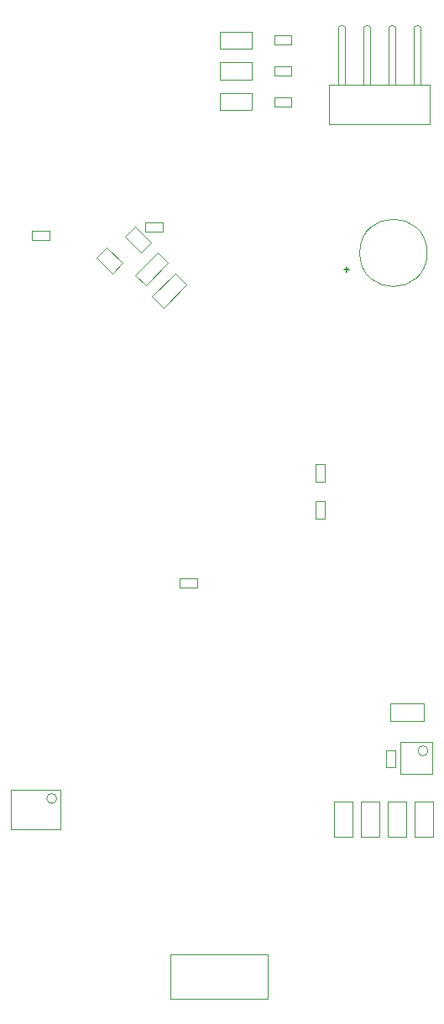
<source format=gbr>
%TF.GenerationSoftware,Altium Limited,Altium Designer,20.2.8 (258)*%
G04 Layer_Color=16711935*
%FSLAX26Y26*%
%MOIN*%
%TF.SameCoordinates,C5A62E15-709C-4439-AAC4-A247E21399B6*%
%TF.FilePolarity,Positive*%
%TF.FileFunction,Other,Mechanical_13*%
%TF.Part,Single*%
G01*
G75*
%TA.AperFunction,NonConductor*%
%ADD59C,0.007874*%
%ADD95C,0.003937*%
D59*
X2548150Y4010039D02*
X2567835D01*
X2557992Y4000197D02*
Y4019882D01*
D95*
X2878858Y4075000D02*
G03*
X2878858Y4075000I-133858J0D01*
G01*
X1407677Y1908307D02*
G03*
X1407677Y1908307I-19685J0D01*
G01*
X2882244Y2097559D02*
G03*
X2882244Y2097559I-19685J0D01*
G01*
X1680018Y4138478D02*
X1720385Y4178844D01*
X1741264Y4077232D02*
X1781630Y4117599D01*
X1680018Y4138478D02*
X1741264Y4077232D01*
X1720385Y4178844D02*
X1781630Y4117599D01*
X1787124Y3903073D02*
X1877601Y3993550D01*
X1833059Y3857139D02*
X1923535Y3947615D01*
X1877601Y3993550D02*
X1923535Y3947615D01*
X1787124Y3903073D02*
X1833059Y3857139D01*
X1719579Y3987076D02*
X1761337Y3945318D01*
X1850421Y4034402D01*
X1719579Y3987076D02*
X1808663Y4076160D01*
X1850421Y4034402D01*
X1566895Y4055440D02*
X1607261Y4095806D01*
X1628140Y3994194D02*
X1668507Y4034561D01*
X1566895Y4055440D02*
X1628140Y3994194D01*
X1607261Y4095806D02*
X1668507Y4034561D01*
X2436102Y3234449D02*
X2473898D01*
X2436102Y3165551D02*
X2473898D01*
X2436102D02*
Y3234449D01*
X2473898Y3165551D02*
Y3234449D01*
X1895551Y2746102D02*
Y2783898D01*
X1964449Y2746102D02*
Y2783898D01*
X1895551Y2746102D02*
X1964449D01*
X1895551Y2783898D02*
X1964449D01*
X2436102Y3020551D02*
X2473898D01*
X2436102Y3089449D02*
X2473898D01*
Y3020551D02*
Y3089449D01*
X2436102Y3020551D02*
Y3089449D01*
X1857618Y1111417D02*
X2247382D01*
X1857618D02*
Y1288583D01*
X2247382Y1111417D02*
Y1288583D01*
X1857618D02*
X2247382D01*
X1828191Y4158433D02*
Y4195834D01*
X1759294Y4158433D02*
Y4195834D01*
Y4158433D02*
X1828191D01*
X1759294Y4195834D02*
X1828191D01*
X1379498Y4126299D02*
Y4163701D01*
X1310600Y4126299D02*
Y4163701D01*
Y4126299D02*
X1379498D01*
X1310600Y4163701D02*
X1379498D01*
X2182047Y4641535D02*
Y4708465D01*
X2056063Y4641535D02*
Y4708465D01*
Y4641535D02*
X2182047D01*
X2056063Y4708465D02*
X2182047D01*
Y4764035D02*
Y4830965D01*
X2056063Y4764035D02*
Y4830965D01*
Y4764035D02*
X2182047D01*
X2056063Y4830965D02*
X2182047D01*
Y4886535D02*
Y4953465D01*
X2056063Y4886535D02*
Y4953465D01*
Y4886535D02*
X2182047D01*
X2056063Y4953465D02*
X2182047D01*
X2338465Y4656299D02*
Y4693701D01*
X2271535Y4656299D02*
Y4693701D01*
Y4656299D02*
X2338465D01*
X2271535Y4693701D02*
X2338465D01*
Y4778799D02*
Y4816201D01*
X2271535Y4778799D02*
Y4816201D01*
Y4778799D02*
X2338465D01*
X2271535Y4816201D02*
X2338465D01*
Y4901299D02*
Y4938701D01*
X2271535Y4901299D02*
Y4938701D01*
Y4901299D02*
X2338465D01*
X2271535Y4938701D02*
X2338465D01*
X2890000Y4586260D02*
Y4743740D01*
X2490000D02*
X2890000D01*
X2490000Y4586260D02*
Y4743740D01*
Y4586260D02*
X2890000D01*
X2627402Y4971299D02*
X2636063Y4979961D01*
X2627402Y4966378D02*
Y4971299D01*
X2643937Y4979961D02*
X2652598Y4971299D01*
Y4966378D02*
Y4971299D01*
X2636063Y4979961D02*
X2643937D01*
X2627402Y4955356D02*
Y4966378D01*
Y4743740D02*
Y4955356D01*
X2652598Y4743740D02*
Y4955356D01*
Y4966378D01*
X2552598Y4955356D02*
Y4966378D01*
Y4743740D02*
Y4955356D01*
X2527402Y4743740D02*
Y4955356D01*
Y4966378D01*
X2536063Y4979961D02*
X2543937D01*
X2552598Y4966378D02*
Y4971299D01*
X2543937Y4979961D02*
X2552598Y4971299D01*
X2527402Y4966378D02*
Y4971299D01*
X2536063Y4979961D01*
X2752598Y4955356D02*
Y4966378D01*
Y4743740D02*
Y4955356D01*
X2727402Y4743740D02*
Y4955356D01*
Y4966378D01*
X2736063Y4979961D02*
X2743937D01*
X2752598Y4966378D02*
Y4971299D01*
X2743937Y4979961D02*
X2752598Y4971299D01*
X2727402Y4966378D02*
Y4971299D01*
X2736063Y4979961D01*
X2827402Y4971299D02*
X2836063Y4979961D01*
X2827402Y4966378D02*
Y4971299D01*
X2843937Y4979961D02*
X2852598Y4971299D01*
Y4966378D02*
Y4971299D01*
X2836063Y4979961D02*
X2843937D01*
X2827402Y4955356D02*
Y4966378D01*
Y4743740D02*
Y4955356D01*
X2852598Y4743740D02*
Y4955356D01*
Y4966378D01*
X1226575Y1786260D02*
Y1943740D01*
X1423425Y1786260D02*
Y1943740D01*
X1226575Y1786260D02*
X1423425D01*
X1226575Y1943740D02*
X1423425D01*
X2772008Y2132992D02*
X2897992D01*
X2772008Y2007008D02*
X2897992D01*
Y2132992D01*
X2772008Y2007008D02*
Y2132992D01*
X2734055Y2284449D02*
X2865945D01*
X2734055Y2215551D02*
X2865945D01*
X2734055D02*
Y2284449D01*
X2865945Y2215551D02*
Y2284449D01*
X2716722Y2031535D02*
Y2098465D01*
X2752155Y2031535D02*
Y2098465D01*
X2716722Y2031535D02*
X2752155D01*
X2716722Y2098465D02*
X2752155D01*
X2507599Y1894921D02*
X2582402D01*
X2507599Y1757126D02*
X2582402D01*
Y1894921D01*
X2507599Y1757126D02*
Y1894921D01*
X2614265D02*
X2689068D01*
X2614265Y1757126D02*
X2689068D01*
Y1894921D01*
X2614265Y1757126D02*
Y1894921D01*
X2720932D02*
X2795735D01*
X2720932Y1757126D02*
X2795735D01*
Y1894921D01*
X2720932Y1757126D02*
Y1894921D01*
X2827598D02*
X2902401D01*
X2827598Y1757126D02*
X2902401D01*
Y1894921D01*
X2827598Y1757126D02*
Y1894921D01*
%TF.MD5,3eddecabad18e201e67c9a7cb51012ab*%
M02*

</source>
